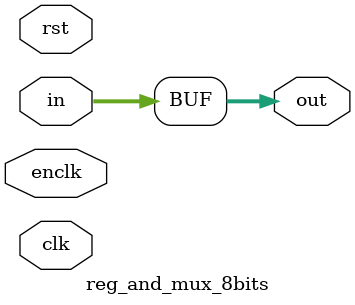
<source format=v>
module reg_and_mux_8bits(in,out,enclk,rst,clk);
parameter width=8;
parameter sel=0;
parameter RSTTYPE="SYNC";
input clk,rst,enclk;
input [7:0] in;
output [7:0] out;
reg [7:0] in_reg;

    generate
    if (RSTTYPE == "ASYNC") begin 
        always @(posedge clk or posedge rst) begin
            if(enclk==1'b1) begin
            if (rst)
                in_reg <= {width{1'b0}};
            else
                in_reg <= in;
        end
        end
    end else begin 
        always @(posedge clk) begin
            if(enclk==1'b1) begin
            if (rst)
                in_reg <= {width{1'b0}};
            else
                in_reg <= in;
            end
        end
    end
    
     endgenerate
assign out = (sel==1'b1)? in_reg:in;
endmodule

</source>
